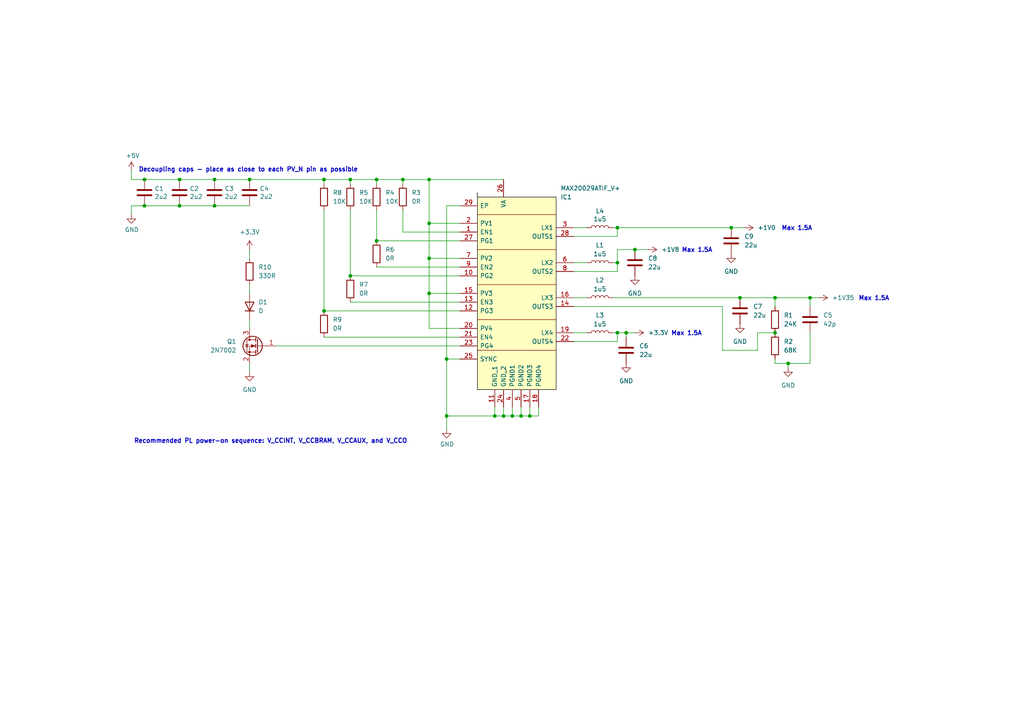
<source format=kicad_sch>
(kicad_sch (version 20231120) (generator "eeschema") (generator_version "8.0")
  (paper "A4")
  (lib_symbols
    (symbol "Device:C" (pin_numbers hide) (pin_names (offset 0.254))
      (property "Reference" "C" (at 0.635 2.54 0))
      (property "Value" "C" (at 0.635 -2.54 0))
      (symbol "C_0_1"
        (polyline (pts (xy -2.032 -0.762) (xy 2.032 -0.762)) (stroke (width 0.508)))
        (polyline (pts (xy -2.032 0.762) (xy 2.032 0.762)) (stroke (width 0.508)))
      )
      (symbol "C_1_1"
        (pin passive line (at 0 3.81 270) (length 2.794) (name "~") (number "1"))
        (pin passive line (at 0 -3.81 90) (length 2.794) (name "~") (number "2"))
      )
    )
    (symbol "Device:D" (pin_numbers hide) (pin_names (offset 1.016) hide)
      (property "Reference" "D" (at 0 2.54 0))
      (property "Value" "D" (at 0 -2.54 0))
      (symbol "D_0_1"
        (polyline (pts (xy -1.27 1.27) (xy -1.27 -1.27)) (stroke (width 0.254)))
        (polyline (pts (xy 1.27 0) (xy -1.27 0)))
        (polyline (pts (xy 1.27 1.27) (xy 1.27 -1.27) (xy -1.27 0) (xy 1.27 1.27)) (stroke (width 0.254)))
      )
      (symbol "D_1_1"
        (pin passive line (at -3.81 0 0) (length 2.54) (name "K") (number "1"))
        (pin passive line (at 3.81 0 180) (length 2.54) (name "A") (number "2"))
      )
    )
    (symbol "Device:L" (pin_numbers hide) (pin_names (offset 1.016) hide)
      (property "Reference" "L" (at -1.27 0 90))
      (property "Value" "L" (at 1.905 0 90))
      (symbol "L_0_1"
        (arc (start 0 -2.54) (mid 0.6323 -1.905) (end 0 -1.27))
        (arc (start 0 -1.27) (mid 0.6323 -0.635) (end 0 0))
        (arc (start 0 0) (mid 0.6323 0.635) (end 0 1.27))
        (arc (start 0 1.27) (mid 0.6323 1.905) (end 0 2.54))
      )
      (symbol "L_1_1"
        (pin passive line (at 0 3.81 270) (length 1.27) (name "1") (number "1"))
        (pin passive line (at 0 -3.81 90) (length 1.27) (name "2") (number "2"))
      )
    )
    (symbol "Device:R" (pin_numbers hide) (pin_names (offset 0))
      (property "Reference" "R" (at 2.032 0 90))
      (property "Value" "R" (at 0 0 90))
      (symbol "R_0_1"
        (rectangle (start -1.016 -2.54) (end 1.016 2.54) (stroke (width 0.254)))
      )
      (symbol "R_1_1"
        (pin passive line (at 0 3.81 270) (length 1.27) (name "~") (number "1"))
        (pin passive line (at 0 -3.81 90) (length 1.27) (name "~") (number "2"))
      )
    )
    (symbol "MAX20029ATIF_V+:MAX20029ATIC_V+" (pin_names (offset 0.762))
      (property "Reference" "IC" (at 29.21 17.78 0))
      (property "Value" "MAX20029ATIC_V+" (at 29.21 15.24 0))
      (symbol "MAX20029ATIC_V+_0_0"
        (pin passive line (at 0 7.62 0) (length 5.08) (name "EN1") (number "1"))
        (pin passive line (at 0 -5.08 0) (length 5.08) (name "PG2") (number "10"))
        (pin passive line (at 10.16 -43.18 90) (length 5.08) (name "GND_1") (number "11"))
        (pin passive line (at 0 -15.24 0) (length 5.08) (name "PG3") (number "12"))
        (pin passive line (at 0 -12.7 0) (length 5.08) (name "EN3") (number "13"))
        (pin passive line (at 33.02 -13.97 180) (length 5.08) (name "OUTS3") (number "14"))
        (pin passive line (at 0 -10.16 0) (length 5.08) (name "PV3") (number "15"))
        (pin passive line (at 33.02 -11.43 180) (length 5.08) (name "LX3") (number "16"))
        (pin passive line (at 20.32 -43.18 90) (length 5.08) (name "PGND3") (number "17"))
        (pin passive line (at 22.86 -43.18 90) (length 5.08) (name "PGND4") (number "18"))
        (pin passive line (at 33.02 -21.59 180) (length 5.08) (name "LX4") (number "19"))
        (pin passive line (at 0 10.16 0) (length 5.08) (name "PV1") (number "2"))
        (pin passive line (at 0 -20.32 0) (length 5.08) (name "PV4") (number "20"))
        (pin passive line (at 0 -22.86 0) (length 5.08) (name "EN4") (number "21"))
        (pin passive line (at 33.02 -24.13 180) (length 5.08) (name "OUTS4") (number "22"))
        (pin passive line (at 0 -25.4 0) (length 5.08) (name "PG4") (number "23"))
        (pin passive line (at 12.7 -43.18 90) (length 5.08) (name "GND_2") (number "24"))
        (pin passive line (at 0 -29.21 0) (length 5.08) (name "SYNC") (number "25"))
        (pin passive line (at 12.7 22.86 270) (length 5.08) (name "VA") (number "26"))
        (pin passive line (at 0 5.08 0) (length 5.08) (name "PG1") (number "27"))
        (pin passive line (at 33.02 6.35 180) (length 5.08) (name "OUTS1") (number "28"))
        (pin passive line (at 0 15.24 0) (length 5.08) (name "EP") (number "29"))
        (pin passive line (at 33.02 8.89 180) (length 5.08) (name "LX1") (number "3"))
        (pin passive line (at 15.24 -43.18 90) (length 5.08) (name "PGND1") (number "4"))
        (pin passive line (at 17.78 -43.18 90) (length 5.08) (name "PGND2") (number "5"))
        (pin passive line (at 33.02 -1.27 180) (length 5.08) (name "LX2") (number "6"))
        (pin passive line (at 0 0 0) (length 5.08) (name "PV2") (number "7"))
        (pin passive line (at 33.02 -3.81 180) (length 5.08) (name "OUTS2") (number "8"))
        (pin passive line (at 0 -2.54 0) (length 5.08) (name "EN2") (number "9"))
      )
      (symbol "MAX20029ATIC_V+_0_1"
        (polyline (pts (xy 5.08 17.78) (xy 27.94 17.78) (xy 27.94 -38.1) (xy 5.08 -38.1) (xy 5.08 19.05)) (stroke (width 0.1524) (color 0 0 0 1)) (fill (type background)))
        (rectangle (start 5.08 -26.67) (end 27.94 -26.67))
        (rectangle (start 5.08 -17.78) (end 27.94 -17.78))
        (rectangle (start 5.08 -7.62) (end 27.94 -7.62))
        (rectangle (start 5.08 2.54) (end 27.94 2.54))
        (rectangle (start 5.08 12.7) (end 27.94 12.7))
      )
    )
    (symbol "Transistor_FET:2N7002" (pin_names hide)
      (property "Reference" "Q" (at 5.08 1.905 0))
      (property "Value" "2N7002" (at 5.08 0 0))
      (symbol "2N7002_0_1"
        (polyline (pts (xy 0.254 0) (xy -2.54 0)))
        (polyline (pts (xy 0.254 1.905) (xy 0.254 -1.905)) (stroke (width 0.254)))
        (polyline (pts (xy 0.762 -1.27) (xy 0.762 -2.286)) (stroke (width 0.254)))
        (polyline (pts (xy 0.762 0.508) (xy 0.762 -0.508)) (stroke (width 0.254)))
        (polyline (pts (xy 0.762 2.286) (xy 0.762 1.27)) (stroke (width 0.254)))
        (polyline (pts (xy 2.54 2.54) (xy 2.54 1.778)))
        (polyline (pts (xy 2.54 -2.54) (xy 2.54 0) (xy 0.762 0)))
        (polyline (pts (xy 0.762 -1.778) (xy 3.302 -1.778) (xy 3.302 1.778) (xy 0.762 1.778)))
        (polyline (pts (xy 1.016 0) (xy 2.032 0.381) (xy 2.032 -0.381) (xy 1.016 0)) (fill (type outline)))
        (polyline (pts (xy 2.794 0.508) (xy 2.921 0.381) (xy 3.683 0.381) (xy 3.81 0.254)))
        (polyline (pts (xy 3.302 0.381) (xy 2.921 -0.254) (xy 3.683 -0.254) (xy 3.302 0.381)))
        (circle (center 1.651 0) (radius 2.794) (stroke (width 0.254)))
        (circle (center 2.54 -1.778) (radius 0.254) (fill (type outline)))
        (circle (center 2.54 1.778) (radius 0.254) (fill (type outline)))
      )
      (symbol "2N7002_1_1"
        (pin input line (at -5.08 0 0) (length 2.54) (name "G") (number "1"))
        (pin passive line (at 2.54 -5.08 90) (length 2.54) (name "S") (number "2"))
        (pin passive line (at 2.54 5.08 270) (length 2.54) (name "D") (number "3"))
      )
    )
    (symbol "power:+1V0" (power) (pin_numbers hide) (pin_names (offset 0) hide)
      (property "Value" "+1V0" (at 0 3.556 0))
      (symbol "+1V0_0_1"
        (polyline (pts (xy -0.762 1.27) (xy 0 2.54)))
        (polyline (pts (xy 0 0) (xy 0 2.54)))
        (polyline (pts (xy 0 2.54) (xy 0.762 1.27)))
      )
      (symbol "+1V0_1_1"
        (pin power_in line (at 0 0 90) (length 0) (name "~") (number "1"))
      )
    )
    (symbol "power:+1V35" (power) (pin_numbers hide) (pin_names (offset 0) hide)
      (property "Value" "+1V35" (at 0 3.556 0))
      (symbol "+1V35_0_1"
        (polyline (pts (xy -0.762 1.27) (xy 0 2.54)))
        (polyline (pts (xy 0 0) (xy 0 2.54)))
        (polyline (pts (xy 0 2.54) (xy 0.762 1.27)))
      )
      (symbol "+1V35_1_1"
        (pin power_in line (at 0 0 90) (length 0) (name "~") (number "1"))
      )
    )
    (symbol "power:+1V8" (power) (pin_numbers hide) (pin_names (offset 0) hide)
      (property "Value" "+1V8" (at 0 3.556 0))
      (symbol "+1V8_0_1"
        (polyline (pts (xy -0.762 1.27) (xy 0 2.54)))
        (polyline (pts (xy 0 0) (xy 0 2.54)))
        (polyline (pts (xy 0 2.54) (xy 0.762 1.27)))
      )
      (symbol "+1V8_1_1"
        (pin power_in line (at 0 0 90) (length 0) (name "~") (number "1"))
      )
    )
    (symbol "power:+3.3V" (power) (pin_numbers hide) (pin_names (offset 0) hide)
      (property "Value" "+3.3V" (at 0 3.556 0))
      (symbol "+3.3V_0_1"
        (polyline (pts (xy -0.762 1.27) (xy 0 2.54)))
        (polyline (pts (xy 0 0) (xy 0 2.54)))
        (polyline (pts (xy 0 2.54) (xy 0.762 1.27)))
      )
      (symbol "+3.3V_1_1"
        (pin power_in line (at 0 0 90) (length 0) (name "~") (number "1"))
      )
    )
    (symbol "power:+5V" (power) (pin_numbers hide) (pin_names (offset 0) hide)
      (property "Value" "+5V" (at 0 3.556 0))
      (symbol "+5V_0_1"
        (polyline (pts (xy -0.762 1.27) (xy 0 2.54)))
        (polyline (pts (xy 0 0) (xy 0 2.54)))
        (polyline (pts (xy 0 2.54) (xy 0.762 1.27)))
      )
      (symbol "+5V_1_1"
        (pin power_in line (at 0 0 90) (length 0) (name "~") (number "1"))
      )
    )
    (symbol "power:GND" (power) (pin_numbers hide) (pin_names (offset 0) hide)
      (property "Value" "GND" (at 0 -3.81 0))
      (symbol "GND_0_1"
        (polyline (pts (xy 0 0) (xy 0 -1.27) (xy 1.27 -1.27) (xy 0 -2.54) (xy -1.27 -1.27) (xy 0 -1.27)))
      )
      (symbol "GND_1_1"
        (pin power_in line (at 0 0 270) (length 0) (name "~") (number "1"))
      )
    )
  )
  (junction (at 101.6 80.01))
  (junction (at 224.79 96.52))
  (junction (at 234.95 86.36))
  (junction (at 179.07 66.04))
  (junction (at 214.63 86.36))
  (junction (at 148.59 120.65))
  (junction (at 184.15 72.39))
  (junction (at 52.07 52.07))
  (junction (at 52.07 59.69))
  (junction (at 212.09 66.04))
  (junction (at 109.22 52.07))
  (junction (at 93.98 90.17))
  (junction (at 143.51 120.65))
  (junction (at 41.91 52.07))
  (junction (at 179.07 96.52))
  (junction (at 151.13 120.65))
  (junction (at 62.23 59.69))
  (junction (at 41.91 59.69))
  (junction (at 129.54 104.14))
  (junction (at 124.46 64.77))
  (junction (at 153.67 120.65))
  (junction (at 146.05 120.65))
  (junction (at 129.54 120.65))
  (junction (at 116.84 52.07))
  (junction (at 101.6 52.07))
  (junction (at 109.22 69.85))
  (junction (at 124.46 52.07))
  (junction (at 179.07 76.2))
  (junction (at 72.39 52.07))
  (junction (at 228.6 105.41))
  (junction (at 181.61 96.52))
  (junction (at 224.79 86.36))
  (junction (at 124.46 85.09))
  (junction (at 93.98 52.07))
  (junction (at 124.46 74.93))
  (junction (at 62.23 52.07))
  (wire (pts (xy 153.67 120.65) (xy 156.21 120.65)))
  (wire (pts (xy 143.51 118.11) (xy 143.51 120.65)))
  (wire (pts (xy 234.95 86.36) (xy 237.49 86.36)))
  (wire (pts (xy 156.21 120.65) (xy 156.21 118.11)))
  (wire (pts (xy 101.6 80.01) (xy 133.35 80.01)))
  (wire (pts (xy 116.84 67.31) (xy 133.35 67.31)))
  (wire (pts (xy 52.07 52.07) (xy 62.23 52.07)))
  (wire (pts (xy 124.46 64.77) (xy 133.35 64.77)))
  (wire (pts (xy 101.6 52.07) (xy 101.6 53.34)))
  (wire (pts (xy 124.46 85.09) (xy 133.35 85.09)))
  (wire (pts (xy 129.54 59.69) (xy 129.54 104.14)))
  (wire (pts (xy 179.07 72.39) (xy 184.15 72.39)))
  (wire (pts (xy 166.37 88.9) (xy 209.55 88.9)))
  (wire (pts (xy 129.54 124.46) (xy 129.54 120.65)))
  (wire (pts (xy 93.98 60.96) (xy 93.98 90.17)))
  (wire (pts (xy 80.01 100.33) (xy 133.35 100.33)))
  (wire (pts (xy 116.84 60.96) (xy 116.84 67.31)))
  (wire (pts (xy 38.1 62.23) (xy 38.1 59.69)))
  (wire (pts (xy 72.39 105.41) (xy 72.39 107.95)))
  (wire (pts (xy 219.71 96.52) (xy 224.79 96.52)))
  (wire (pts (xy 151.13 118.11) (xy 151.13 120.65)))
  (wire (pts (xy 124.46 95.25) (xy 133.35 95.25)))
  (wire (pts (xy 109.22 60.96) (xy 109.22 69.85)))
  (wire (pts (xy 38.1 52.07) (xy 41.91 52.07)))
  (wire (pts (xy 146.05 118.11) (xy 146.05 120.65)))
  (wire (pts (xy 101.6 52.07) (xy 109.22 52.07)))
  (wire (pts (xy 166.37 86.36) (xy 170.18 86.36)))
  (wire (pts (xy 151.13 120.65) (xy 153.67 120.65)))
  (wire (pts (xy 179.07 96.52) (xy 181.61 96.52)))
  (wire (pts (xy 93.98 52.07) (xy 101.6 52.07)))
  (wire (pts (xy 124.46 74.93) (xy 133.35 74.93)))
  (wire (pts (xy 124.46 64.77) (xy 124.46 74.93)))
  (wire (pts (xy 234.95 86.36) (xy 234.95 88.9)))
  (wire (pts (xy 93.98 52.07) (xy 93.98 53.34)))
  (wire (pts (xy 124.46 52.07) (xy 124.46 64.77)))
  (wire (pts (xy 124.46 74.93) (xy 124.46 85.09)))
  (wire (pts (xy 177.8 76.2) (xy 179.07 76.2)))
  (wire (pts (xy 181.61 96.52) (xy 184.15 96.52)))
  (wire (pts (xy 109.22 77.47) (xy 133.35 77.47)))
  (wire (pts (xy 72.39 52.07) (xy 93.98 52.07)))
  (wire (pts (xy 41.91 52.07) (xy 52.07 52.07)))
  (wire (pts (xy 209.55 88.9) (xy 209.55 101.6)))
  (wire (pts (xy 214.63 86.36) (xy 224.79 86.36)))
  (wire (pts (xy 166.37 66.04) (xy 170.18 66.04)))
  (wire (pts (xy 166.37 76.2) (xy 170.18 76.2)))
  (wire (pts (xy 143.51 120.65) (xy 146.05 120.65)))
  (wire (pts (xy 93.98 97.79) (xy 133.35 97.79)))
  (wire (pts (xy 224.79 105.41) (xy 228.6 105.41)))
  (wire (pts (xy 179.07 76.2) (xy 179.07 78.74)))
  (wire (pts (xy 153.67 118.11) (xy 153.67 120.65)))
  (wire (pts (xy 133.35 59.69) (xy 129.54 59.69)))
  (wire (pts (xy 148.59 120.65) (xy 151.13 120.65)))
  (wire (pts (xy 234.95 96.52) (xy 234.95 105.41)))
  (wire (pts (xy 177.8 96.52) (xy 179.07 96.52)))
  (wire (pts (xy 166.37 78.74) (xy 179.07 78.74)))
  (wire (pts (xy 209.55 101.6) (xy 219.71 101.6)))
  (wire (pts (xy 116.84 53.34) (xy 116.84 52.07)))
  (wire (pts (xy 179.07 72.39) (xy 179.07 76.2)))
  (wire (pts (xy 177.8 86.36) (xy 214.63 86.36)))
  (wire (pts (xy 93.98 90.17) (xy 133.35 90.17)))
  (wire (pts (xy 224.79 104.14) (xy 224.79 105.41)))
  (wire (pts (xy 146.05 120.65) (xy 148.59 120.65)))
  (wire (pts (xy 212.09 66.04) (xy 215.9 66.04)))
  (wire (pts (xy 179.07 99.06) (xy 179.07 96.52)))
  (wire (pts (xy 38.1 49.53) (xy 38.1 52.07)))
  (wire (pts (xy 184.15 72.39) (xy 187.96 72.39)))
  (wire (pts (xy 224.79 86.36) (xy 234.95 86.36)))
  (wire (pts (xy 109.22 52.07) (xy 109.22 53.34)))
  (wire (pts (xy 228.6 105.41) (xy 228.6 106.68)))
  (wire (pts (xy 52.07 59.69) (xy 62.23 59.69)))
  (wire (pts (xy 166.37 99.06) (xy 179.07 99.06)))
  (wire (pts (xy 228.6 105.41) (xy 234.95 105.41)))
  (wire (pts (xy 179.07 66.04) (xy 179.07 68.58)))
  (wire (pts (xy 166.37 96.52) (xy 170.18 96.52)))
  (wire (pts (xy 224.79 88.9) (xy 224.79 86.36)))
  (wire (pts (xy 181.61 96.52) (xy 181.61 97.79)))
  (wire (pts (xy 148.59 118.11) (xy 148.59 120.65)))
  (wire (pts (xy 62.23 59.69) (xy 72.39 59.69)))
  (wire (pts (xy 101.6 87.63) (xy 133.35 87.63)))
  (wire (pts (xy 129.54 120.65) (xy 143.51 120.65)))
  (wire (pts (xy 177.8 66.04) (xy 179.07 66.04)))
  (wire (pts (xy 129.54 104.14) (xy 133.35 104.14)))
  (wire (pts (xy 146.05 52.07) (xy 124.46 52.07)))
  (wire (pts (xy 72.39 72.39) (xy 72.39 74.93)))
  (wire (pts (xy 38.1 59.69) (xy 41.91 59.69)))
  (wire (pts (xy 101.6 60.96) (xy 101.6 80.01)))
  (wire (pts (xy 166.37 68.58) (xy 179.07 68.58)))
  (wire (pts (xy 109.22 52.07) (xy 116.84 52.07)))
  (wire (pts (xy 109.22 69.85) (xy 133.35 69.85)))
  (wire (pts (xy 116.84 52.07) (xy 124.46 52.07)))
  (wire (pts (xy 179.07 66.04) (xy 212.09 66.04)))
  (wire (pts (xy 72.39 82.55) (xy 72.39 85.09)))
  (wire (pts (xy 219.71 101.6) (xy 219.71 96.52)))
  (wire (pts (xy 41.91 59.69) (xy 52.07 59.69)))
  (wire (pts (xy 62.23 52.07) (xy 72.39 52.07)))
  (wire (pts (xy 124.46 85.09) (xy 124.46 95.25)))
  (wire (pts (xy 72.39 92.71) (xy 72.39 95.25)))
  (wire (pts (xy 129.54 120.65) (xy 129.54 104.14)))
  (text "Decoupling caps - place as close to each PV_N pin as possible" (at 103.886 50.038 0) (effects (font (size 1.27 1.27) (thickness 0.254) (bold yes)) (justify right bottom)))
  (text "Max 1.5A" (at 199.136 96.774 0) (effects (font (size 1.27 1.27) (thickness 0.254) (bold yes))))
  (text "Max 1.5A" (at 202.184 72.644 0) (effects (font (size 1.27 1.27) (thickness 0.254) (bold yes))))
  (text "Max 1.5A" (at 231.14 66.294 0) (effects (font (size 1.27 1.27) (thickness 0.254) (bold yes))))
  (text "Recommended PL power-on sequence: V_CCINT, V_CCBRAM, V_CCAUX, and V_CCO " (at 78.994 128.016 0) (effects (font (size 1.27 1.27) (thickness 0.254) (bold yes))))
  (text "Max 1.5A" (at 253.492 86.614 0) (effects (font (size 1.27 1.27) (thickness 0.254) (bold yes))))
  (symbol (lib_id "MAX20029ATIF_V+:MAX20029ATIC_V+") (at 133.35 74.93 0) (unit 1)
    (property "Reference" "IC1" (at 162.56 57.15 0) (effects (justify left)))
    (property "Value" "MAX20029ATIF_V+" (at 162.56 54.61 0) (effects (justify left)))
    (property "Footprint" "QFN50P500X500X80-29N" (effects (hide yes)))
    (property "Datasheet" "https://www.mouser.jp/datasheet/2/256/Maxim_MAX20029-29B_DS_(Rev_11_2c_prelim)-1830034.pdf" (effects (hide yes)))
    (property "Description" "Automotive Quad/Triple Low-Voltage Step-Down DC-DC Converters, TQFN-EP" (effects (hide yes)))
    (property "Height" "0.8" (effects (hide yes)))
    (property "Mouser Part Number" "700-MAX20029ATIC/V+" (effects (hide yes)))
    (property "Mouser Price/Stock" "https://www.mouser.co.uk/ProductDetail/Analog-Devices-Maxim-Integrated/MAX20029ATIC-V%2b?qs=uwxL4vQweFNeAyI%2FU%252BCY4w%3D%3D" (effects (hide yes)))
    (property "Manufacturer_Name" "Analog Devices" (effects (hide yes)))
    (property "Manufacturer_Part_Number" "MAX20029ATIC/V+" (effects (hide yes)))
    (property "Description_1" "Automotive Quad/Triple Low-Voltage Step-Down DC-DC Converters, TQFN-EP" (effects (hide yes)))
  )
  (symbol (lib_id "Device:L") (at 173.99 66.04 90) (unit 1)
    (property "Reference" "L4" (at 173.99 61.214 90))
    (property "Value" "1u5" (at 173.99 63.5254 90))
    (property "Description" "Inductor" (effects (hide yes)))
  )
  (symbol (lib_id "power:+5V") (at 38.1 49.53 0) (unit 1)
    (property "Reference" "#PWR01" (effects (hide yes)))
    (property "Value" "+5V" (at 38.481 45.1358 0))
    (property "Description" "Power symbol creates a global label with name \"+5V\"" (effects (hide yes)))
  )
  (symbol (lib_id "power:GND") (at 38.1 62.23 0) (unit 1)
    (property "Reference" "#PWR02" (effects (hide yes)))
    (property "Value" "GND" (at 38.227 66.6242 0))
    (property "Description" "Power symbol creates a global label with name \"GND\" , ground" (effects (hide yes)))
  )
  (symbol (lib_id "Device:C") (at 41.91 55.88 0) (unit 1)
    (property "Reference" "C1" (at 44.831 54.7116 0) (effects (justify left)))
    (property "Value" "2u2" (at 44.831 57.023 0) (effects (justify left)))
    (property "Description" "Unpolarized capacitor" (effects (hide yes)))
  )
  (symbol (lib_id "Device:C") (at 52.07 55.88 0) (unit 1)
    (property "Reference" "C2" (at 54.991 54.7116 0) (effects (justify left)))
    (property "Value" "2u2" (at 54.991 57.023 0) (effects (justify left)))
    (property "Description" "Unpolarized capacitor" (effects (hide yes)))
  )
  (symbol (lib_id "Device:C") (at 62.23 55.88 0) (unit 1)
    (property "Reference" "C3" (at 65.151 54.7116 0) (effects (justify left)))
    (property "Value" "2u2" (at 65.151 57.023 0) (effects (justify left)))
    (property "Description" "Unpolarized capacitor" (effects (hide yes)))
  )
  (symbol (lib_id "Device:C") (at 72.39 55.88 0) (unit 1)
    (property "Reference" "C4" (at 75.311 54.7116 0) (effects (justify left)))
    (property "Value" "2u2" (at 75.311 57.023 0) (effects (justify left)))
    (property "Description" "Unpolarized capacitor" (effects (hide yes)))
  )
  (symbol (lib_id "power:GND") (at 129.54 124.46 0) (unit 1)
    (property "Reference" "#PWR05" (effects (hide yes)))
    (property "Value" "GND" (at 129.667 128.8542 0))
    (property "Description" "Power symbol creates a global label with name \"GND\" , ground" (effects (hide yes)))
  )
  (symbol (lib_id "power:+1V8") (at 187.96 72.39 270) (unit 1)
    (property "Reference" "#PWR011" (effects (hide yes)))
    (property "Value" "+1V8" (at 191.77 72.3899 90) (effects (justify left)))
    (property "Description" "Power symbol creates a global label with name \"+1V8\"" (effects (hide yes)))
  )
  (symbol (lib_id "Device:R") (at 93.98 57.15 0) (unit 1)
    (property "Reference" "R8" (at 96.52 55.8799 0) (effects (justify left)))
    (property "Value" "10K" (at 96.52 58.4199 0) (effects (justify left)))
    (property "Description" "Resistor" (effects (hide yes)))
  )
  (symbol (lib_id "Transistor_FET:2N7002") (at 74.93 100.33 0) (mirror y) (unit 1)
    (property "Reference" "Q1" (at 68.58 99.0599 0) (effects (justify left)))
    (property "Value" "2N7002" (at 68.58 101.5999 0) (effects (justify left)))
    (property "Footprint" "Package_TO_SOT_SMD:SOT-23" (effects (hide yes)))
    (property "Datasheet" "https://www.onsemi.com/pub/Collateral/NDS7002A-D.PDF" (effects (hide yes)))
    (property "Description" "0.115A Id, 60V Vds, N-Channel MOSFET, SOT-23" (effects (hide yes)))
  )
  (symbol (lib_id "power:GND") (at 214.63 93.98 0) (unit 1)
    (property "Reference" "#PWR08" (effects (hide yes)))
    (property "Value" "GND" (at 214.63 99.06 0))
    (property "Description" "Power symbol creates a global label with name \"GND\" , ground" (effects (hide yes)))
  )
  (symbol (lib_id "Device:C") (at 234.95 92.71 0) (unit 1)
    (property "Reference" "C5" (at 238.76 91.4399 0) (effects (justify left)))
    (property "Value" "42p" (at 238.76 93.9799 0) (effects (justify left)))
    (property "Description" "Unpolarized capacitor" (effects (hide yes)))
  )
  (symbol (lib_id "Device:R") (at 109.22 73.66 0) (unit 1)
    (property "Reference" "R6" (at 111.76 72.3899 0) (effects (justify left)))
    (property "Value" "0R" (at 111.76 74.9299 0) (effects (justify left)))
    (property "Description" "Resistor" (effects (hide yes)))
  )
  (symbol (lib_id "Device:R") (at 224.79 100.33 0) (unit 1)
    (property "Reference" "R2" (at 227.33 99.0599 0) (effects (justify left)))
    (property "Value" "68K" (at 227.33 101.5999 0) (effects (justify left)))
    (property "Description" "Resistor" (effects (hide yes)))
  )
  (symbol (lib_id "Device:L") (at 173.99 76.2 90) (unit 1)
    (property "Reference" "L1" (at 173.99 71.12 90))
    (property "Value" "1u5" (at 173.99 73.66 90))
    (property "Description" "Inductor" (effects (hide yes)))
  )
  (symbol (lib_id "Device:C") (at 181.61 101.6 0) (unit 1)
    (property "Reference" "C6" (at 185.42 100.3299 0) (effects (justify left)))
    (property "Value" "22u" (at 185.42 102.8699 0) (effects (justify left)))
    (property "Description" "Unpolarized capacitor" (effects (hide yes)))
  )
  (symbol (lib_id "Device:R") (at 93.98 93.98 0) (unit 1)
    (property "Reference" "R9" (at 96.52 92.7099 0) (effects (justify left)))
    (property "Value" "0R" (at 96.52 95.2499 0) (effects (justify left)))
    (property "Description" "Resistor" (effects (hide yes)))
  )
  (symbol (lib_id "Device:R") (at 224.79 92.71 0) (unit 1)
    (property "Reference" "R1" (at 227.33 91.4399 0) (effects (justify left)))
    (property "Value" "24K" (at 227.33 93.9799 0) (effects (justify left)))
    (property "Description" "Resistor" (effects (hide yes)))
  )
  (symbol (lib_id "Device:R") (at 101.6 57.15 0) (unit 1)
    (property "Reference" "R5" (at 104.14 55.8799 0) (effects (justify left)))
    (property "Value" "10K" (at 104.14 58.4199 0) (effects (justify left)))
    (property "Description" "Resistor" (effects (hide yes)))
  )
  (symbol (lib_id "power:GND") (at 181.61 105.41 0) (unit 1)
    (property "Reference" "#PWR04" (effects (hide yes)))
    (property "Value" "GND" (at 181.61 110.49 0))
    (property "Description" "Power symbol creates a global label with name \"GND\" , ground" (effects (hide yes)))
  )
  (symbol (lib_id "Device:R") (at 109.22 57.15 0) (unit 1)
    (property "Reference" "R4" (at 111.76 55.8799 0) (effects (justify left)))
    (property "Value" "10K" (at 111.76 58.4199 0) (effects (justify left)))
    (property "Description" "Resistor" (effects (hide yes)))
  )
  (symbol (lib_id "power:GND") (at 184.15 80.01 0) (unit 1)
    (property "Reference" "#PWR010" (effects (hide yes)))
    (property "Value" "GND" (at 184.15 85.09 0))
    (property "Description" "Power symbol creates a global label with name \"GND\" , ground" (effects (hide yes)))
  )
  (symbol (lib_id "Device:R") (at 101.6 83.82 0) (unit 1)
    (property "Reference" "R7" (at 104.14 82.5499 0) (effects (justify left)))
    (property "Value" "0R" (at 104.14 85.0899 0) (effects (justify left)))
    (property "Description" "Resistor" (effects (hide yes)))
  )
  (symbol (lib_id "power:+1V35") (at 237.49 86.36 270) (unit 1)
    (property "Reference" "#PWR09" (effects (hide yes)))
    (property "Value" "+1V35" (at 241.3 86.3599 90) (effects (justify left)))
    (property "Description" "Power symbol creates a global label with name \"+1V35\"" (effects (hide yes)))
  )
  (symbol (lib_id "Device:C") (at 214.63 90.17 0) (unit 1)
    (property "Reference" "C7" (at 218.44 88.8999 0) (effects (justify left)))
    (property "Value" "22u" (at 218.44 91.4399 0) (effects (justify left)))
    (property "Description" "Unpolarized capacitor" (effects (hide yes)))
  )
  (symbol (lib_id "Device:L") (at 173.99 86.36 90) (unit 1)
    (property "Reference" "L2" (at 173.99 81.28 90))
    (property "Value" "1u5" (at 173.99 83.82 90))
    (property "Description" "Inductor" (effects (hide yes)))
  )
  (symbol (lib_id "Device:D") (at 72.39 88.9 90) (unit 1)
    (property "Reference" "D1" (at 74.93 87.6299 90) (effects (justify right)))
    (property "Value" "D" (at 74.93 90.1699 90) (effects (justify right)))
    (property "Description" "Diode - Green" (effects (hide yes)))
    (property "Sim.Device" "D" (effects (hide yes)))
    (property "Sim.Pins" "1=K 2=A" (effects (hide yes)))
  )
  (symbol (lib_id "power:GND") (at 72.39 107.95 0) (unit 1)
    (property "Reference" "#PWR014" (effects (hide yes)))
    (property "Value" "GND" (at 72.39 113.03 0))
    (property "Description" "Power symbol creates a global label with name \"GND\" , ground" (effects (hide yes)))
  )
  (symbol (lib_id "Device:R") (at 72.39 78.74 0) (unit 1)
    (property "Reference" "R10" (at 74.93 77.4699 0) (effects (justify left)))
    (property "Value" "330R" (at 74.93 80.0099 0) (effects (justify left)))
    (property "Description" "Resistor" (effects (hide yes)))
  )
  (symbol (lib_id "power:+3.3V") (at 184.15 96.52 270) (unit 1)
    (property "Reference" "#PWR06" (effects (hide yes)))
    (property "Value" "+3.3V" (at 187.96 96.5199 90) (effects (justify left)))
    (property "Description" "Power symbol creates a global label with name \"+3.3V\"" (effects (hide yes)))
  )
  (symbol (lib_id "Device:L") (at 173.99 96.52 90) (unit 1)
    (property "Reference" "L3" (at 173.99 91.44 90))
    (property "Value" "1u5" (at 173.99 93.98 90))
    (property "Description" "Inductor" (effects (hide yes)))
  )
  (symbol (lib_id "Device:C") (at 212.09 69.85 0) (unit 1)
    (property "Reference" "C9" (at 215.9 68.5799 0) (effects (justify left)))
    (property "Value" "22u" (at 215.9 71.1199 0) (effects (justify left)))
    (property "Description" "Unpolarized capacitor" (effects (hide yes)))
  )
  (symbol (lib_id "power:+1V0") (at 215.9 66.04 270) (unit 1)
    (property "Reference" "#PWR07" (effects (hide yes)))
    (property "Value" "+1V0" (at 219.71 66.0399 90) (effects (justify left)))
    (property "Description" "Power symbol creates a global label with name \"+1V0\"" (effects (hide yes)))
  )
  (symbol (lib_id "power:GND") (at 212.09 73.66 0) (unit 1)
    (property "Reference" "#PWR012" (effects (hide yes)))
    (property "Value" "GND" (at 212.09 78.74 0))
    (property "Description" "Power symbol creates a global label with name \"GND\" , ground" (effects (hide yes)))
  )
  (symbol (lib_id "power:+3.3V") (at 72.39 72.39 0) (unit 1)
    (property "Reference" "#PWR013" (effects (hide yes)))
    (property "Value" "+3.3V" (at 72.39 67.31 0))
    (property "Description" "Power symbol creates a global label with name \"+3.3V\"" (effects (hide yes)))
  )
  (symbol (lib_id "power:GND") (at 228.6 106.68 0) (unit 1)
    (property "Reference" "#PWR03" (effects (hide yes)))
    (property "Value" "GND" (at 228.6 111.76 0))
    (property "Description" "Power symbol creates a global label with name \"GND\" , ground" (effects (hide yes)))
  )
  (symbol (lib_id "Device:R") (at 116.84 57.15 0) (unit 1)
    (property "Reference" "R3" (at 119.38 55.8799 0) (effects (justify left)))
    (property "Value" "0R" (at 119.38 58.4199 0) (effects (justify left)))
    (property "Description" "Resistor" (effects (hide yes)))
  )
  (symbol (lib_id "Device:C") (at 184.15 76.2 0) (unit 1)
    (property "Reference" "C8" (at 187.96 74.9299 0) (effects (justify left)))
    (property "Value" "22u" (at 187.96 77.4699 0) (effects (justify left)))
    (property "Description" "Unpolarized capacitor" (effects (hide yes)))
  )
)
</source>
